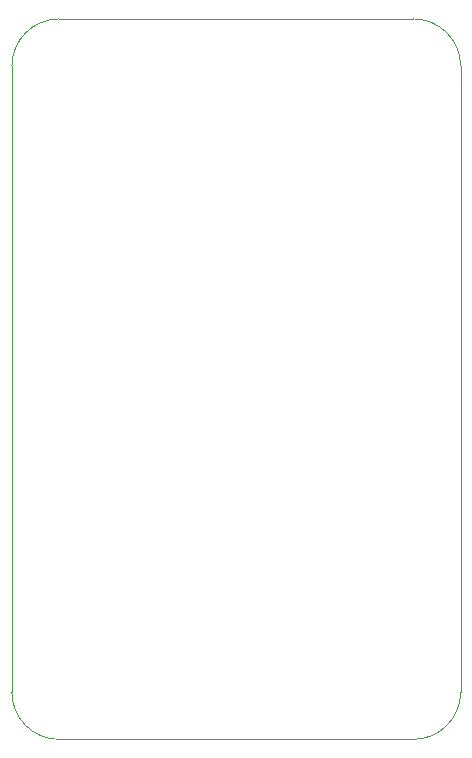
<source format=gm1>
%TF.GenerationSoftware,KiCad,Pcbnew,6.0.2+dfsg-1*%
%TF.CreationDate,2025-09-20T13:23:04+02:00*%
%TF.ProjectId,Alchemy_to_Landungsbruecke,416c6368-656d-4795-9f74-6f5f4c616e64,rev?*%
%TF.SameCoordinates,Original*%
%TF.FileFunction,Profile,NP*%
%FSLAX46Y46*%
G04 Gerber Fmt 4.6, Leading zero omitted, Abs format (unit mm)*
G04 Created by KiCad (PCBNEW 6.0.2+dfsg-1) date 2025-09-20 13:23:04*
%MOMM*%
%LPD*%
G01*
G04 APERTURE LIST*
%TA.AperFunction,Profile*%
%ADD10C,0.100000*%
%TD*%
G04 APERTURE END LIST*
D10*
X166000000Y-130000000D02*
G75*
G03*
X170000000Y-126000000I0J4000000D01*
G01*
X136000000Y-69000000D02*
G75*
G03*
X132000000Y-73000000I0J-4000000D01*
G01*
X170000000Y-73000000D02*
X170000000Y-126000000D01*
X136000000Y-69000000D02*
X166000000Y-69000000D01*
X136000000Y-130000000D02*
X166000000Y-130000000D01*
X132000000Y-73000000D02*
X132000000Y-126000000D01*
X132000000Y-126000000D02*
G75*
G03*
X136000000Y-130000000I4000000J0D01*
G01*
X170000000Y-73000000D02*
G75*
G03*
X166000000Y-69000000I-4000000J0D01*
G01*
M02*

</source>
